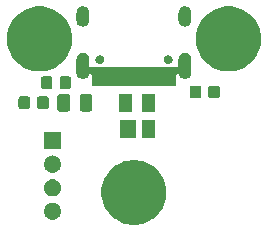
<source format=gts>
G04 #@! TF.GenerationSoftware,KiCad,Pcbnew,(5.1.2)-1*
G04 #@! TF.CreationDate,2019-07-01T01:58:11-07:00*
G04 #@! TF.ProjectId,daughterboard,64617567-6874-4657-9262-6f6172642e6b,rev?*
G04 #@! TF.SameCoordinates,Original*
G04 #@! TF.FileFunction,Soldermask,Top*
G04 #@! TF.FilePolarity,Negative*
%FSLAX46Y46*%
G04 Gerber Fmt 4.6, Leading zero omitted, Abs format (unit mm)*
G04 Created by KiCad (PCBNEW (5.1.2)-1) date 2019-07-01 01:58:11*
%MOMM*%
%LPD*%
G04 APERTURE LIST*
%ADD10C,0.100000*%
G04 APERTURE END LIST*
D10*
G36*
X11536694Y-13301860D02*
G01*
X11802437Y-13354719D01*
X12303087Y-13562095D01*
X12483561Y-13682684D01*
X12753660Y-13863158D01*
X13136842Y-14246340D01*
X13317316Y-14516439D01*
X13437905Y-14696913D01*
X13645281Y-15197563D01*
X13645281Y-15197564D01*
X13751000Y-15729049D01*
X13751000Y-16270951D01*
X13715186Y-16451000D01*
X13645281Y-16802437D01*
X13437905Y-17303087D01*
X13381521Y-17387471D01*
X13136842Y-17753660D01*
X12753660Y-18136842D01*
X12548416Y-18273981D01*
X12303087Y-18437905D01*
X11802437Y-18645281D01*
X11536693Y-18698141D01*
X11270951Y-18751000D01*
X10729049Y-18751000D01*
X10463307Y-18698141D01*
X10197563Y-18645281D01*
X9696913Y-18437905D01*
X9451584Y-18273981D01*
X9246340Y-18136842D01*
X8863158Y-17753660D01*
X8618479Y-17387471D01*
X8562095Y-17303087D01*
X8354719Y-16802437D01*
X8284814Y-16451000D01*
X8249000Y-16270951D01*
X8249000Y-15729049D01*
X8354719Y-15197564D01*
X8354719Y-15197563D01*
X8562095Y-14696913D01*
X8682684Y-14516439D01*
X8863158Y-14246340D01*
X9246340Y-13863158D01*
X9516439Y-13682684D01*
X9696913Y-13562095D01*
X10197563Y-13354719D01*
X10463306Y-13301860D01*
X10729049Y-13249000D01*
X11270951Y-13249000D01*
X11536694Y-13301860D01*
X11536694Y-13301860D01*
G37*
G36*
X4171213Y-16877502D02*
G01*
X4242321Y-16884505D01*
X4379172Y-16926019D01*
X4379175Y-16926020D01*
X4505294Y-16993432D01*
X4615843Y-17084157D01*
X4706568Y-17194706D01*
X4773980Y-17320825D01*
X4773981Y-17320828D01*
X4815495Y-17457679D01*
X4829512Y-17600000D01*
X4815495Y-17742321D01*
X4773981Y-17879172D01*
X4773980Y-17879175D01*
X4706568Y-18005294D01*
X4615843Y-18115843D01*
X4505294Y-18206568D01*
X4379175Y-18273980D01*
X4379172Y-18273981D01*
X4242321Y-18315495D01*
X4171213Y-18322498D01*
X4135660Y-18326000D01*
X4064340Y-18326000D01*
X4028787Y-18322498D01*
X3957679Y-18315495D01*
X3820828Y-18273981D01*
X3820825Y-18273980D01*
X3694706Y-18206568D01*
X3584157Y-18115843D01*
X3493432Y-18005294D01*
X3426020Y-17879175D01*
X3426019Y-17879172D01*
X3384505Y-17742321D01*
X3370488Y-17600000D01*
X3384505Y-17457679D01*
X3426019Y-17320828D01*
X3426020Y-17320825D01*
X3493432Y-17194706D01*
X3584157Y-17084157D01*
X3694706Y-16993432D01*
X3820825Y-16926020D01*
X3820828Y-16926019D01*
X3957679Y-16884505D01*
X4028787Y-16877502D01*
X4064340Y-16874000D01*
X4135660Y-16874000D01*
X4171213Y-16877502D01*
X4171213Y-16877502D01*
G37*
G36*
X4171213Y-14877502D02*
G01*
X4242321Y-14884505D01*
X4379172Y-14926019D01*
X4379175Y-14926020D01*
X4505294Y-14993432D01*
X4615843Y-15084157D01*
X4706568Y-15194706D01*
X4773980Y-15320825D01*
X4773981Y-15320828D01*
X4815495Y-15457679D01*
X4829512Y-15600000D01*
X4815495Y-15742321D01*
X4802132Y-15786371D01*
X4773980Y-15879175D01*
X4706568Y-16005294D01*
X4615843Y-16115843D01*
X4505294Y-16206568D01*
X4379175Y-16273980D01*
X4379172Y-16273981D01*
X4242321Y-16315495D01*
X4171213Y-16322498D01*
X4135660Y-16326000D01*
X4064340Y-16326000D01*
X4028787Y-16322498D01*
X3957679Y-16315495D01*
X3820828Y-16273981D01*
X3820825Y-16273980D01*
X3694706Y-16206568D01*
X3584157Y-16115843D01*
X3493432Y-16005294D01*
X3426020Y-15879175D01*
X3397868Y-15786371D01*
X3384505Y-15742321D01*
X3370488Y-15600000D01*
X3384505Y-15457679D01*
X3426019Y-15320828D01*
X3426020Y-15320825D01*
X3493432Y-15194706D01*
X3584157Y-15084157D01*
X3694706Y-14993432D01*
X3820825Y-14926020D01*
X3820828Y-14926019D01*
X3957679Y-14884505D01*
X4028787Y-14877502D01*
X4064340Y-14874000D01*
X4135660Y-14874000D01*
X4171213Y-14877502D01*
X4171213Y-14877502D01*
G37*
G36*
X4171213Y-12877502D02*
G01*
X4242321Y-12884505D01*
X4379172Y-12926019D01*
X4379175Y-12926020D01*
X4505294Y-12993432D01*
X4615843Y-13084157D01*
X4706568Y-13194706D01*
X4773980Y-13320825D01*
X4773981Y-13320828D01*
X4815495Y-13457679D01*
X4829512Y-13600000D01*
X4815495Y-13742321D01*
X4773981Y-13879172D01*
X4773980Y-13879175D01*
X4706568Y-14005294D01*
X4615843Y-14115843D01*
X4505294Y-14206568D01*
X4379175Y-14273980D01*
X4379172Y-14273981D01*
X4242321Y-14315495D01*
X4171213Y-14322498D01*
X4135660Y-14326000D01*
X4064340Y-14326000D01*
X4028787Y-14322498D01*
X3957679Y-14315495D01*
X3820828Y-14273981D01*
X3820825Y-14273980D01*
X3694706Y-14206568D01*
X3584157Y-14115843D01*
X3493432Y-14005294D01*
X3426020Y-13879175D01*
X3426019Y-13879172D01*
X3384505Y-13742321D01*
X3370488Y-13600000D01*
X3384505Y-13457679D01*
X3426019Y-13320828D01*
X3426020Y-13320825D01*
X3493432Y-13194706D01*
X3584157Y-13084157D01*
X3694706Y-12993432D01*
X3820825Y-12926020D01*
X3820828Y-12926019D01*
X3957679Y-12884505D01*
X4028787Y-12877502D01*
X4064340Y-12874000D01*
X4135660Y-12874000D01*
X4171213Y-12877502D01*
X4171213Y-12877502D01*
G37*
G36*
X4826000Y-12326000D02*
G01*
X3374000Y-12326000D01*
X3374000Y-10874000D01*
X4826000Y-10874000D01*
X4826000Y-12326000D01*
X4826000Y-12326000D01*
G37*
G36*
X11131000Y-11351000D02*
G01*
X9829000Y-11351000D01*
X9829000Y-9849000D01*
X11131000Y-9849000D01*
X11131000Y-11351000D01*
X11131000Y-11351000D01*
G37*
G36*
X12751000Y-11351000D02*
G01*
X11649000Y-11351000D01*
X11649000Y-9849000D01*
X12751000Y-9849000D01*
X12751000Y-11351000D01*
X12751000Y-11351000D01*
G37*
G36*
X7309468Y-7653565D02*
G01*
X7348138Y-7665296D01*
X7383777Y-7684346D01*
X7415017Y-7709983D01*
X7440654Y-7741223D01*
X7459704Y-7776862D01*
X7471435Y-7815532D01*
X7476000Y-7861888D01*
X7476000Y-8938112D01*
X7471435Y-8984468D01*
X7459704Y-9023138D01*
X7440654Y-9058777D01*
X7415017Y-9090017D01*
X7383777Y-9115654D01*
X7348138Y-9134704D01*
X7309468Y-9146435D01*
X7263112Y-9151000D01*
X6611888Y-9151000D01*
X6565532Y-9146435D01*
X6526862Y-9134704D01*
X6491223Y-9115654D01*
X6459983Y-9090017D01*
X6434346Y-9058777D01*
X6415296Y-9023138D01*
X6403565Y-8984468D01*
X6399000Y-8938112D01*
X6399000Y-7861888D01*
X6403565Y-7815532D01*
X6415296Y-7776862D01*
X6434346Y-7741223D01*
X6459983Y-7709983D01*
X6491223Y-7684346D01*
X6526862Y-7665296D01*
X6565532Y-7653565D01*
X6611888Y-7649000D01*
X7263112Y-7649000D01*
X7309468Y-7653565D01*
X7309468Y-7653565D01*
G37*
G36*
X12751000Y-9151000D02*
G01*
X11649000Y-9151000D01*
X11649000Y-7649000D01*
X12751000Y-7649000D01*
X12751000Y-9151000D01*
X12751000Y-9151000D01*
G37*
G36*
X5434468Y-7653565D02*
G01*
X5473138Y-7665296D01*
X5508777Y-7684346D01*
X5540017Y-7709983D01*
X5565654Y-7741223D01*
X5584704Y-7776862D01*
X5596435Y-7815532D01*
X5601000Y-7861888D01*
X5601000Y-8938112D01*
X5596435Y-8984468D01*
X5584704Y-9023138D01*
X5565654Y-9058777D01*
X5540017Y-9090017D01*
X5508777Y-9115654D01*
X5473138Y-9134704D01*
X5434468Y-9146435D01*
X5388112Y-9151000D01*
X4736888Y-9151000D01*
X4690532Y-9146435D01*
X4651862Y-9134704D01*
X4616223Y-9115654D01*
X4584983Y-9090017D01*
X4559346Y-9058777D01*
X4540296Y-9023138D01*
X4528565Y-8984468D01*
X4524000Y-8938112D01*
X4524000Y-7861888D01*
X4528565Y-7815532D01*
X4540296Y-7776862D01*
X4559346Y-7741223D01*
X4584983Y-7709983D01*
X4616223Y-7684346D01*
X4651862Y-7665296D01*
X4690532Y-7653565D01*
X4736888Y-7649000D01*
X5388112Y-7649000D01*
X5434468Y-7653565D01*
X5434468Y-7653565D01*
G37*
G36*
X10851000Y-9151000D02*
G01*
X9749000Y-9151000D01*
X9749000Y-7649000D01*
X10851000Y-7649000D01*
X10851000Y-9151000D01*
X10851000Y-9151000D01*
G37*
G36*
X2054591Y-7878085D02*
G01*
X2088569Y-7888393D01*
X2119890Y-7905134D01*
X2147339Y-7927661D01*
X2169866Y-7955110D01*
X2186607Y-7986431D01*
X2196915Y-8020409D01*
X2201000Y-8061890D01*
X2201000Y-8738110D01*
X2196915Y-8779591D01*
X2186607Y-8813569D01*
X2169866Y-8844890D01*
X2147339Y-8872339D01*
X2119890Y-8894866D01*
X2088569Y-8911607D01*
X2054591Y-8921915D01*
X2013110Y-8926000D01*
X1411890Y-8926000D01*
X1370409Y-8921915D01*
X1336431Y-8911607D01*
X1305110Y-8894866D01*
X1277661Y-8872339D01*
X1255134Y-8844890D01*
X1238393Y-8813569D01*
X1228085Y-8779591D01*
X1224000Y-8738110D01*
X1224000Y-8061890D01*
X1228085Y-8020409D01*
X1238393Y-7986431D01*
X1255134Y-7955110D01*
X1277661Y-7927661D01*
X1305110Y-7905134D01*
X1336431Y-7888393D01*
X1370409Y-7878085D01*
X1411890Y-7874000D01*
X2013110Y-7874000D01*
X2054591Y-7878085D01*
X2054591Y-7878085D01*
G37*
G36*
X3629591Y-7878085D02*
G01*
X3663569Y-7888393D01*
X3694890Y-7905134D01*
X3722339Y-7927661D01*
X3744866Y-7955110D01*
X3761607Y-7986431D01*
X3771915Y-8020409D01*
X3776000Y-8061890D01*
X3776000Y-8738110D01*
X3771915Y-8779591D01*
X3761607Y-8813569D01*
X3744866Y-8844890D01*
X3722339Y-8872339D01*
X3694890Y-8894866D01*
X3663569Y-8911607D01*
X3629591Y-8921915D01*
X3588110Y-8926000D01*
X2986890Y-8926000D01*
X2945409Y-8921915D01*
X2911431Y-8911607D01*
X2880110Y-8894866D01*
X2852661Y-8872339D01*
X2830134Y-8844890D01*
X2813393Y-8813569D01*
X2803085Y-8779591D01*
X2799000Y-8738110D01*
X2799000Y-8061890D01*
X2803085Y-8020409D01*
X2813393Y-7986431D01*
X2830134Y-7955110D01*
X2852661Y-7927661D01*
X2880110Y-7905134D01*
X2911431Y-7888393D01*
X2945409Y-7878085D01*
X2986890Y-7874000D01*
X3588110Y-7874000D01*
X3629591Y-7878085D01*
X3629591Y-7878085D01*
G37*
G36*
X16542091Y-6978085D02*
G01*
X16576069Y-6988393D01*
X16607390Y-7005134D01*
X16634839Y-7027661D01*
X16657366Y-7055110D01*
X16674107Y-7086431D01*
X16684415Y-7120409D01*
X16688500Y-7161890D01*
X16688500Y-7838110D01*
X16684415Y-7879591D01*
X16674107Y-7913569D01*
X16657366Y-7944890D01*
X16634839Y-7972339D01*
X16607390Y-7994866D01*
X16576069Y-8011607D01*
X16542091Y-8021915D01*
X16500610Y-8026000D01*
X15899390Y-8026000D01*
X15857909Y-8021915D01*
X15823931Y-8011607D01*
X15792610Y-7994866D01*
X15765161Y-7972339D01*
X15742634Y-7944890D01*
X15725893Y-7913569D01*
X15715585Y-7879591D01*
X15711500Y-7838110D01*
X15711500Y-7161890D01*
X15715585Y-7120409D01*
X15725893Y-7086431D01*
X15742634Y-7055110D01*
X15765161Y-7027661D01*
X15792610Y-7005134D01*
X15823931Y-6988393D01*
X15857909Y-6978085D01*
X15899390Y-6974000D01*
X16500610Y-6974000D01*
X16542091Y-6978085D01*
X16542091Y-6978085D01*
G37*
G36*
X18117091Y-6978085D02*
G01*
X18151069Y-6988393D01*
X18182390Y-7005134D01*
X18209839Y-7027661D01*
X18232366Y-7055110D01*
X18249107Y-7086431D01*
X18259415Y-7120409D01*
X18263500Y-7161890D01*
X18263500Y-7838110D01*
X18259415Y-7879591D01*
X18249107Y-7913569D01*
X18232366Y-7944890D01*
X18209839Y-7972339D01*
X18182390Y-7994866D01*
X18151069Y-8011607D01*
X18117091Y-8021915D01*
X18075610Y-8026000D01*
X17474390Y-8026000D01*
X17432909Y-8021915D01*
X17398931Y-8011607D01*
X17367610Y-7994866D01*
X17340161Y-7972339D01*
X17317634Y-7944890D01*
X17300893Y-7913569D01*
X17290585Y-7879591D01*
X17286500Y-7838110D01*
X17286500Y-7161890D01*
X17290585Y-7120409D01*
X17300893Y-7086431D01*
X17317634Y-7055110D01*
X17340161Y-7027661D01*
X17367610Y-7005134D01*
X17398931Y-6988393D01*
X17432909Y-6978085D01*
X17474390Y-6974000D01*
X18075610Y-6974000D01*
X18117091Y-6978085D01*
X18117091Y-6978085D01*
G37*
G36*
X5529591Y-6178085D02*
G01*
X5563569Y-6188393D01*
X5594890Y-6205134D01*
X5622339Y-6227661D01*
X5644866Y-6255110D01*
X5661607Y-6286431D01*
X5671915Y-6320409D01*
X5676000Y-6361890D01*
X5676000Y-7038110D01*
X5671915Y-7079591D01*
X5661607Y-7113569D01*
X5644866Y-7144890D01*
X5622339Y-7172339D01*
X5594890Y-7194866D01*
X5563569Y-7211607D01*
X5529591Y-7221915D01*
X5488110Y-7226000D01*
X4886890Y-7226000D01*
X4845409Y-7221915D01*
X4811431Y-7211607D01*
X4780110Y-7194866D01*
X4752661Y-7172339D01*
X4730134Y-7144890D01*
X4713393Y-7113569D01*
X4703085Y-7079591D01*
X4699000Y-7038110D01*
X4699000Y-6361890D01*
X4703085Y-6320409D01*
X4713393Y-6286431D01*
X4730134Y-6255110D01*
X4752661Y-6227661D01*
X4780110Y-6205134D01*
X4811431Y-6188393D01*
X4845409Y-6178085D01*
X4886890Y-6174000D01*
X5488110Y-6174000D01*
X5529591Y-6178085D01*
X5529591Y-6178085D01*
G37*
G36*
X3954591Y-6178085D02*
G01*
X3988569Y-6188393D01*
X4019890Y-6205134D01*
X4047339Y-6227661D01*
X4069866Y-6255110D01*
X4086607Y-6286431D01*
X4096915Y-6320409D01*
X4101000Y-6361890D01*
X4101000Y-7038110D01*
X4096915Y-7079591D01*
X4086607Y-7113569D01*
X4069866Y-7144890D01*
X4047339Y-7172339D01*
X4019890Y-7194866D01*
X3988569Y-7211607D01*
X3954591Y-7221915D01*
X3913110Y-7226000D01*
X3311890Y-7226000D01*
X3270409Y-7221915D01*
X3236431Y-7211607D01*
X3205110Y-7194866D01*
X3177661Y-7172339D01*
X3155134Y-7144890D01*
X3138393Y-7113569D01*
X3128085Y-7079591D01*
X3124000Y-7038110D01*
X3124000Y-6361890D01*
X3128085Y-6320409D01*
X3138393Y-6286431D01*
X3155134Y-6255110D01*
X3177661Y-6227661D01*
X3205110Y-6205134D01*
X3236431Y-6188393D01*
X3270409Y-6178085D01*
X3311890Y-6174000D01*
X3913110Y-6174000D01*
X3954591Y-6178085D01*
X3954591Y-6178085D01*
G37*
G36*
X15428015Y-4186973D02*
G01*
X15531879Y-4218479D01*
X15559055Y-4233005D01*
X15627600Y-4269643D01*
X15711501Y-4338499D01*
X15780357Y-4422400D01*
X15799354Y-4457942D01*
X15831521Y-4518121D01*
X15863027Y-4621985D01*
X15871000Y-4702933D01*
X15871000Y-5857067D01*
X15863027Y-5938015D01*
X15831521Y-6041879D01*
X15807987Y-6085907D01*
X15780357Y-6137599D01*
X15780354Y-6137603D01*
X15711501Y-6221501D01*
X15642645Y-6278009D01*
X15627599Y-6290357D01*
X15575907Y-6317987D01*
X15531878Y-6341521D01*
X15428014Y-6373027D01*
X15320000Y-6383666D01*
X15211985Y-6373027D01*
X15108121Y-6341521D01*
X15064093Y-6317987D01*
X15012401Y-6290357D01*
X14999643Y-6279887D01*
X14928499Y-6221501D01*
X14859644Y-6137600D01*
X14811230Y-6047024D01*
X14797625Y-6026664D01*
X14780298Y-6009337D01*
X14759924Y-5995723D01*
X14737285Y-5986346D01*
X14713252Y-5981565D01*
X14688748Y-5981565D01*
X14664714Y-5986345D01*
X14642075Y-5995722D01*
X14621701Y-6009336D01*
X14604374Y-6026663D01*
X14590760Y-6047037D01*
X14581383Y-6069676D01*
X14576602Y-6093709D01*
X14576000Y-6105962D01*
X14576000Y-6971000D01*
X7424000Y-6971000D01*
X7424000Y-6105962D01*
X7421598Y-6081577D01*
X7414485Y-6058128D01*
X7402934Y-6036517D01*
X7387389Y-6017575D01*
X7368447Y-6002030D01*
X7346836Y-5990479D01*
X7323387Y-5983366D01*
X7299001Y-5980964D01*
X7274615Y-5983366D01*
X7251166Y-5990479D01*
X7229555Y-6002030D01*
X7210613Y-6017575D01*
X7195068Y-6036517D01*
X7188778Y-6047010D01*
X7140356Y-6137600D01*
X7140355Y-6137602D01*
X7071501Y-6221501D01*
X7002645Y-6278009D01*
X6987599Y-6290357D01*
X6935907Y-6317987D01*
X6891878Y-6341521D01*
X6788014Y-6373027D01*
X6680000Y-6383666D01*
X6571985Y-6373027D01*
X6468121Y-6341521D01*
X6424093Y-6317987D01*
X6372401Y-6290357D01*
X6359643Y-6279887D01*
X6288499Y-6221501D01*
X6219646Y-6137603D01*
X6219643Y-6137599D01*
X6189699Y-6081577D01*
X6168479Y-6041878D01*
X6136973Y-5938014D01*
X6129000Y-5857066D01*
X6129001Y-4702933D01*
X6136974Y-4621985D01*
X6168480Y-4518121D01*
X6200647Y-4457942D01*
X6219644Y-4422400D01*
X6288500Y-4338499D01*
X6372401Y-4269643D01*
X6440946Y-4233005D01*
X6468122Y-4218479D01*
X6571986Y-4186973D01*
X6680000Y-4176334D01*
X6788015Y-4186973D01*
X6891879Y-4218479D01*
X6919055Y-4233005D01*
X6987600Y-4269643D01*
X7071501Y-4338499D01*
X7140357Y-4422400D01*
X7159354Y-4457942D01*
X7191521Y-4518121D01*
X7223027Y-4621985D01*
X7231000Y-4702933D01*
X7231000Y-5294001D01*
X7233402Y-5318387D01*
X7240515Y-5341836D01*
X7252066Y-5363447D01*
X7267611Y-5382389D01*
X7286553Y-5397934D01*
X7308164Y-5409485D01*
X7331613Y-5416598D01*
X7355999Y-5419000D01*
X14644001Y-5419000D01*
X14668387Y-5416598D01*
X14691836Y-5409485D01*
X14713447Y-5397934D01*
X14732389Y-5382389D01*
X14747934Y-5363447D01*
X14759485Y-5341836D01*
X14766598Y-5318387D01*
X14769000Y-5294001D01*
X14769001Y-4702939D01*
X14769001Y-4702933D01*
X14776974Y-4621985D01*
X14808480Y-4518121D01*
X14840647Y-4457942D01*
X14859644Y-4422400D01*
X14928500Y-4338499D01*
X15012401Y-4269643D01*
X15080946Y-4233005D01*
X15108122Y-4218479D01*
X15211986Y-4186973D01*
X15320000Y-4176334D01*
X15428015Y-4186973D01*
X15428015Y-4186973D01*
G37*
G36*
X3469425Y-288479D02*
G01*
X3802437Y-354719D01*
X4303087Y-562095D01*
X4483561Y-682684D01*
X4753660Y-863158D01*
X5136842Y-1246340D01*
X5311685Y-1508012D01*
X5437905Y-1696913D01*
X5571363Y-2019109D01*
X5645281Y-2197564D01*
X5751000Y-2729049D01*
X5751000Y-3270951D01*
X5715186Y-3451000D01*
X5645281Y-3802437D01*
X5437905Y-4303087D01*
X5380867Y-4388450D01*
X5136842Y-4753660D01*
X4753660Y-5136842D01*
X4518454Y-5294001D01*
X4303087Y-5437905D01*
X3802437Y-5645281D01*
X3536694Y-5698140D01*
X3270951Y-5751000D01*
X2729049Y-5751000D01*
X2463306Y-5698140D01*
X2197563Y-5645281D01*
X1696913Y-5437905D01*
X1481546Y-5294001D01*
X1246340Y-5136842D01*
X863158Y-4753660D01*
X619133Y-4388450D01*
X562095Y-4303087D01*
X354719Y-3802437D01*
X284814Y-3451000D01*
X249000Y-3270951D01*
X249000Y-2729049D01*
X354719Y-2197564D01*
X428637Y-2019109D01*
X562095Y-1696913D01*
X688315Y-1508012D01*
X863158Y-1246340D01*
X1246340Y-863158D01*
X1516439Y-682684D01*
X1696913Y-562095D01*
X2197563Y-354719D01*
X2530575Y-288479D01*
X2729049Y-249000D01*
X3270951Y-249000D01*
X3469425Y-288479D01*
X3469425Y-288479D01*
G37*
G36*
X19469425Y-288479D02*
G01*
X19802437Y-354719D01*
X20303087Y-562095D01*
X20483561Y-682684D01*
X20753660Y-863158D01*
X21136842Y-1246340D01*
X21311685Y-1508012D01*
X21437905Y-1696913D01*
X21571363Y-2019109D01*
X21645281Y-2197564D01*
X21751000Y-2729049D01*
X21751000Y-3270951D01*
X21715186Y-3451000D01*
X21645281Y-3802437D01*
X21437905Y-4303087D01*
X21380867Y-4388450D01*
X21136842Y-4753660D01*
X20753660Y-5136842D01*
X20518454Y-5294001D01*
X20303087Y-5437905D01*
X19802437Y-5645281D01*
X19536694Y-5698140D01*
X19270951Y-5751000D01*
X18729049Y-5751000D01*
X18463306Y-5698140D01*
X18197563Y-5645281D01*
X17696913Y-5437905D01*
X17481546Y-5294001D01*
X17246340Y-5136842D01*
X16863158Y-4753660D01*
X16619133Y-4388450D01*
X16562095Y-4303087D01*
X16354719Y-3802437D01*
X16284814Y-3451000D01*
X16249000Y-3270951D01*
X16249000Y-2729049D01*
X16354719Y-2197564D01*
X16428637Y-2019109D01*
X16562095Y-1696913D01*
X16688315Y-1508012D01*
X16863158Y-1246340D01*
X17246340Y-863158D01*
X17516439Y-682684D01*
X17696913Y-562095D01*
X18197563Y-354719D01*
X18530575Y-288479D01*
X18729049Y-249000D01*
X19270951Y-249000D01*
X19469425Y-288479D01*
X19469425Y-288479D01*
G37*
G36*
X8219672Y-4388449D02*
G01*
X8219674Y-4388450D01*
X8219675Y-4388450D01*
X8288103Y-4416793D01*
X8349686Y-4457942D01*
X8402058Y-4510314D01*
X8443207Y-4571897D01*
X8471550Y-4640325D01*
X8471551Y-4640328D01*
X8486000Y-4712966D01*
X8486000Y-4787034D01*
X8477143Y-4831562D01*
X8471550Y-4859675D01*
X8443207Y-4928103D01*
X8402058Y-4989686D01*
X8349686Y-5042058D01*
X8288103Y-5083207D01*
X8219675Y-5111550D01*
X8219674Y-5111550D01*
X8219672Y-5111551D01*
X8147034Y-5126000D01*
X8072966Y-5126000D01*
X8000328Y-5111551D01*
X8000326Y-5111550D01*
X8000325Y-5111550D01*
X7931897Y-5083207D01*
X7870314Y-5042058D01*
X7817942Y-4989686D01*
X7776793Y-4928103D01*
X7748450Y-4859675D01*
X7742858Y-4831562D01*
X7734000Y-4787034D01*
X7734000Y-4712966D01*
X7748449Y-4640328D01*
X7748450Y-4640325D01*
X7776793Y-4571897D01*
X7817942Y-4510314D01*
X7870314Y-4457942D01*
X7931897Y-4416793D01*
X8000325Y-4388450D01*
X8000326Y-4388450D01*
X8000328Y-4388449D01*
X8072966Y-4374000D01*
X8147034Y-4374000D01*
X8219672Y-4388449D01*
X8219672Y-4388449D01*
G37*
G36*
X13999672Y-4388449D02*
G01*
X13999674Y-4388450D01*
X13999675Y-4388450D01*
X14068103Y-4416793D01*
X14129686Y-4457942D01*
X14182058Y-4510314D01*
X14223207Y-4571897D01*
X14251550Y-4640325D01*
X14251551Y-4640328D01*
X14266000Y-4712966D01*
X14266000Y-4787034D01*
X14257143Y-4831562D01*
X14251550Y-4859675D01*
X14223207Y-4928103D01*
X14182058Y-4989686D01*
X14129686Y-5042058D01*
X14068103Y-5083207D01*
X13999675Y-5111550D01*
X13999674Y-5111550D01*
X13999672Y-5111551D01*
X13927034Y-5126000D01*
X13852966Y-5126000D01*
X13780328Y-5111551D01*
X13780326Y-5111550D01*
X13780325Y-5111550D01*
X13711897Y-5083207D01*
X13650314Y-5042058D01*
X13597942Y-4989686D01*
X13556793Y-4928103D01*
X13528450Y-4859675D01*
X13522858Y-4831562D01*
X13514000Y-4787034D01*
X13514000Y-4712966D01*
X13528449Y-4640328D01*
X13528450Y-4640325D01*
X13556793Y-4571897D01*
X13597942Y-4510314D01*
X13650314Y-4457942D01*
X13711897Y-4416793D01*
X13780325Y-4388450D01*
X13780326Y-4388450D01*
X13780328Y-4388449D01*
X13852966Y-4374000D01*
X13927034Y-4374000D01*
X13999672Y-4388449D01*
X13999672Y-4388449D01*
G37*
G36*
X6788015Y-256973D02*
G01*
X6891879Y-288479D01*
X6919055Y-303005D01*
X6987600Y-339643D01*
X7071501Y-408499D01*
X7140357Y-492400D01*
X7176995Y-560945D01*
X7191521Y-588121D01*
X7223027Y-691985D01*
X7231000Y-772933D01*
X7231000Y-1427067D01*
X7223027Y-1508015D01*
X7191521Y-1611879D01*
X7167987Y-1655907D01*
X7146069Y-1696913D01*
X7140356Y-1707600D01*
X7071501Y-1791501D01*
X7002645Y-1848009D01*
X6987599Y-1860357D01*
X6935907Y-1887987D01*
X6891878Y-1911521D01*
X6788014Y-1943027D01*
X6680000Y-1953666D01*
X6571985Y-1943027D01*
X6468121Y-1911521D01*
X6424093Y-1887987D01*
X6372401Y-1860357D01*
X6359643Y-1849887D01*
X6288499Y-1791501D01*
X6219644Y-1707600D01*
X6213932Y-1696913D01*
X6168827Y-1612529D01*
X6168479Y-1611878D01*
X6136973Y-1508014D01*
X6129000Y-1427066D01*
X6129000Y-772933D01*
X6136973Y-691985D01*
X6168480Y-588121D01*
X6182391Y-562095D01*
X6219645Y-492399D01*
X6288500Y-408499D01*
X6372401Y-339643D01*
X6440946Y-303005D01*
X6468122Y-288479D01*
X6571986Y-256973D01*
X6680000Y-246334D01*
X6788015Y-256973D01*
X6788015Y-256973D01*
G37*
G36*
X15428015Y-256973D02*
G01*
X15531879Y-288479D01*
X15559055Y-303005D01*
X15627600Y-339643D01*
X15711501Y-408499D01*
X15780357Y-492400D01*
X15816995Y-560945D01*
X15831521Y-588121D01*
X15863027Y-691985D01*
X15871000Y-772933D01*
X15871000Y-1427067D01*
X15863027Y-1508015D01*
X15831521Y-1611879D01*
X15807987Y-1655907D01*
X15786069Y-1696913D01*
X15780356Y-1707600D01*
X15711501Y-1791501D01*
X15642645Y-1848009D01*
X15627599Y-1860357D01*
X15575907Y-1887987D01*
X15531878Y-1911521D01*
X15428014Y-1943027D01*
X15320000Y-1953666D01*
X15211985Y-1943027D01*
X15108121Y-1911521D01*
X15064093Y-1887987D01*
X15012401Y-1860357D01*
X14999643Y-1849887D01*
X14928499Y-1791501D01*
X14859644Y-1707600D01*
X14853932Y-1696913D01*
X14808827Y-1612529D01*
X14808479Y-1611878D01*
X14776973Y-1508014D01*
X14769000Y-1427066D01*
X14769000Y-772933D01*
X14776973Y-691985D01*
X14808480Y-588121D01*
X14822391Y-562095D01*
X14859645Y-492399D01*
X14928500Y-408499D01*
X15012401Y-339643D01*
X15080946Y-303005D01*
X15108122Y-288479D01*
X15211986Y-256973D01*
X15320000Y-246334D01*
X15428015Y-256973D01*
X15428015Y-256973D01*
G37*
M02*

</source>
